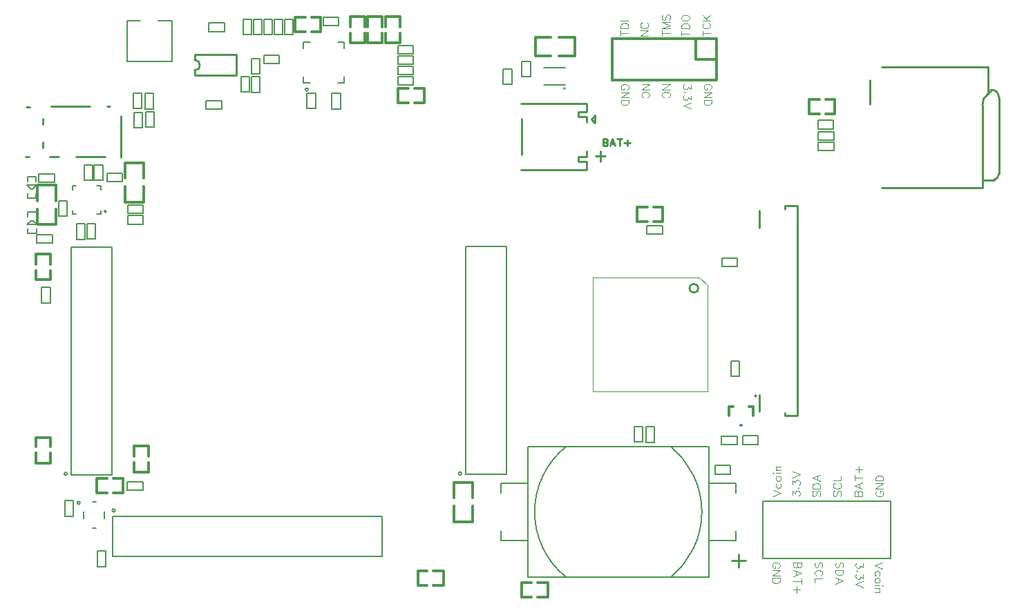
<source format=gto>
G04 Layer: TopSilkscreenLayer*
G04 EasyEDA v6.5.46, 2024-12-31 19:44:04*
G04 ebd9bc5b089479dc4edd2d51ed51331a,1acd7fc2553046b79c71bda98b4923fc,10*
G04 Gerber Generator version 0.2*
G04 Scale: 100 percent, Rotated: No, Reflected: No *
G04 Dimensions in millimeters *
G04 leading zeros omitted , absolute positions ,4 integer and 5 decimal *
%FSLAX45Y45*%
%MOMM*%

%ADD10C,0.1200*%
%ADD11C,0.2200*%
%ADD12C,0.2540*%
%ADD13C,0.3048*%
%ADD14C,0.2000*%
%ADD15C,0.0129*%
%ADD16C,0.1524*%
%ADD17C,0.3000*%
%ADD18C,0.1270*%
%ADD19C,0.1000*%

%LPD*%
D10*
X7027296Y6490492D02*
G01*
X7036440Y6495064D01*
X7045330Y6504208D01*
X7049902Y6513098D01*
X7049902Y6531386D01*
X7045330Y6540530D01*
X7036440Y6549674D01*
X7027296Y6553992D01*
X7013580Y6558564D01*
X6990974Y6558564D01*
X6977258Y6553992D01*
X6968114Y6549674D01*
X6958970Y6540530D01*
X6954398Y6531386D01*
X6954398Y6513098D01*
X6958970Y6504208D01*
X6968114Y6495064D01*
X6977258Y6490492D01*
X6990974Y6490492D01*
X6990974Y6513098D02*
G01*
X6990974Y6490492D01*
X7049902Y6460520D02*
G01*
X6954398Y6460520D01*
X7049902Y6460520D02*
G01*
X6954398Y6396766D01*
X7049902Y6396766D02*
G01*
X6954398Y6396766D01*
X7049902Y6366794D02*
G01*
X6954398Y6366794D01*
X7049902Y6366794D02*
G01*
X7049902Y6335044D01*
X7045330Y6321328D01*
X7036440Y6312184D01*
X7027296Y6307866D01*
X7013580Y6303294D01*
X6990974Y6303294D01*
X6977258Y6307866D01*
X6968114Y6312184D01*
X6958970Y6321328D01*
X6954398Y6335044D01*
X6954398Y6366794D01*
X7304900Y6558546D02*
G01*
X7209396Y6558546D01*
X7304900Y6558546D02*
G01*
X7209396Y6495046D01*
X7304900Y6495046D02*
G01*
X7209396Y6495046D01*
X7282294Y6396748D02*
G01*
X7291438Y6401320D01*
X7300328Y6410464D01*
X7304900Y6419608D01*
X7304900Y6437642D01*
X7300328Y6446786D01*
X7291438Y6455930D01*
X7282294Y6460502D01*
X7268578Y6465074D01*
X7245972Y6465074D01*
X7232256Y6460502D01*
X7223112Y6455930D01*
X7213968Y6446786D01*
X7209396Y6437642D01*
X7209396Y6419608D01*
X7213968Y6410464D01*
X7223112Y6401320D01*
X7232256Y6396748D01*
X7555900Y6558594D02*
G01*
X7460396Y6558594D01*
X7555900Y6558594D02*
G01*
X7460396Y6495094D01*
X7555900Y6495094D02*
G01*
X7460396Y6495094D01*
X7533294Y6396796D02*
G01*
X7542438Y6401368D01*
X7551328Y6410512D01*
X7555900Y6419656D01*
X7555900Y6437690D01*
X7551328Y6446834D01*
X7542438Y6455978D01*
X7533294Y6460550D01*
X7519578Y6465122D01*
X7496972Y6465122D01*
X7483256Y6460550D01*
X7474112Y6455978D01*
X7464968Y6446834D01*
X7460396Y6437690D01*
X7460396Y6419656D01*
X7464968Y6410512D01*
X7474112Y6401368D01*
X7483256Y6396796D01*
X7811950Y6552674D02*
G01*
X7811950Y6502636D01*
X7775628Y6529814D01*
X7775628Y6516098D01*
X7771056Y6507208D01*
X7766484Y6502636D01*
X7752768Y6498064D01*
X7743878Y6498064D01*
X7730162Y6502636D01*
X7721018Y6511780D01*
X7716446Y6525242D01*
X7716446Y6538958D01*
X7721018Y6552674D01*
X7725590Y6556992D01*
X7734734Y6561564D01*
X7739306Y6463520D02*
G01*
X7734734Y6468092D01*
X7730162Y6463520D01*
X7734734Y6458948D01*
X7739306Y6463520D01*
X7811950Y6419832D02*
G01*
X7811950Y6369794D01*
X7775628Y6397226D01*
X7775628Y6383510D01*
X7771056Y6374366D01*
X7766484Y6369794D01*
X7752768Y6365222D01*
X7743878Y6365222D01*
X7730162Y6369794D01*
X7721018Y6378938D01*
X7716446Y6392654D01*
X7716446Y6406116D01*
X7721018Y6419832D01*
X7725590Y6424404D01*
X7734734Y6428976D01*
X7811950Y6335250D02*
G01*
X7716446Y6298928D01*
X7811950Y6262606D02*
G01*
X7716446Y6298928D01*
X8043329Y6492491D02*
G01*
X8052219Y6497063D01*
X8061363Y6506207D01*
X8065935Y6515097D01*
X8065935Y6533385D01*
X8061363Y6542529D01*
X8052219Y6551673D01*
X8043329Y6555991D01*
X8029613Y6560563D01*
X8007007Y6560563D01*
X7993291Y6555991D01*
X7984147Y6551673D01*
X7975003Y6542529D01*
X7970431Y6533385D01*
X7970431Y6515097D01*
X7975003Y6506207D01*
X7984147Y6497063D01*
X7993291Y6492491D01*
X8007007Y6492491D01*
X8007007Y6515097D02*
G01*
X8007007Y6492491D01*
X8065935Y6462519D02*
G01*
X7970431Y6462519D01*
X8065935Y6462519D02*
G01*
X7970431Y6398765D01*
X8065935Y6398765D02*
G01*
X7970431Y6398765D01*
X8065935Y6368793D02*
G01*
X7970431Y6368793D01*
X8065935Y6368793D02*
G01*
X8065935Y6337043D01*
X8061363Y6323327D01*
X8052219Y6314183D01*
X8043329Y6309865D01*
X8029613Y6305293D01*
X8007007Y6305293D01*
X7993291Y6309865D01*
X7984147Y6314183D01*
X7975003Y6323327D01*
X7970431Y6337043D01*
X7970431Y6368793D01*
X6950397Y7184991D02*
G01*
X7045901Y7184991D01*
X6950397Y7153241D02*
G01*
X6950397Y7216741D01*
X6950397Y7246713D02*
G01*
X7045901Y7246713D01*
X6950397Y7246713D02*
G01*
X6950397Y7278463D01*
X6954969Y7292179D01*
X6964113Y7301323D01*
X6973257Y7305895D01*
X6986973Y7310467D01*
X7009579Y7310467D01*
X7023295Y7305895D01*
X7032185Y7301323D01*
X7041329Y7292179D01*
X7045901Y7278463D01*
X7045901Y7246713D01*
X6950397Y7340439D02*
G01*
X7045901Y7340439D01*
X7194397Y7153081D02*
G01*
X7289901Y7153081D01*
X7194397Y7153081D02*
G01*
X7289901Y7216835D01*
X7194397Y7216835D02*
G01*
X7289901Y7216835D01*
X7217257Y7314879D02*
G01*
X7208113Y7310307D01*
X7198969Y7301417D01*
X7194397Y7292273D01*
X7194397Y7273985D01*
X7198969Y7264841D01*
X7208113Y7255951D01*
X7217257Y7251379D01*
X7230973Y7246807D01*
X7253579Y7246807D01*
X7267295Y7251379D01*
X7276185Y7255951D01*
X7285329Y7264841D01*
X7289901Y7273985D01*
X7289901Y7292273D01*
X7285329Y7301417D01*
X7276185Y7310307D01*
X7267295Y7314879D01*
X7460396Y7185025D02*
G01*
X7555900Y7185025D01*
X7460396Y7153020D02*
G01*
X7460396Y7216775D01*
X7460396Y7246746D02*
G01*
X7555900Y7246746D01*
X7460396Y7246746D02*
G01*
X7555900Y7283069D01*
X7460396Y7319390D02*
G01*
X7555900Y7283069D01*
X7460396Y7319390D02*
G01*
X7555900Y7319390D01*
X7474112Y7413117D02*
G01*
X7464968Y7403972D01*
X7460396Y7390511D01*
X7460396Y7372222D01*
X7464968Y7358506D01*
X7474112Y7349362D01*
X7483256Y7349362D01*
X7492400Y7353935D01*
X7496972Y7358506D01*
X7501290Y7367651D01*
X7510434Y7394828D01*
X7515006Y7403972D01*
X7519578Y7408545D01*
X7528722Y7413117D01*
X7542184Y7413117D01*
X7551328Y7403972D01*
X7555900Y7390511D01*
X7555900Y7372222D01*
X7551328Y7358506D01*
X7542184Y7349362D01*
X7698460Y7181021D02*
G01*
X7793964Y7181021D01*
X7698460Y7149017D02*
G01*
X7698460Y7212771D01*
X7698460Y7242743D02*
G01*
X7793964Y7242743D01*
X7698460Y7242743D02*
G01*
X7698460Y7274493D01*
X7703032Y7288209D01*
X7712176Y7297353D01*
X7721320Y7301925D01*
X7734782Y7306497D01*
X7757642Y7306497D01*
X7771104Y7301925D01*
X7780248Y7297353D01*
X7789392Y7288209D01*
X7793964Y7274493D01*
X7793964Y7242743D01*
X7698460Y7363647D02*
G01*
X7703032Y7354503D01*
X7712176Y7345359D01*
X7721320Y7341041D01*
X7734782Y7336469D01*
X7757642Y7336469D01*
X7771104Y7341041D01*
X7780248Y7345359D01*
X7789392Y7354503D01*
X7793964Y7363647D01*
X7793964Y7381935D01*
X7789392Y7390825D01*
X7780248Y7399969D01*
X7771104Y7404541D01*
X7757642Y7409113D01*
X7734782Y7409113D01*
X7721320Y7404541D01*
X7712176Y7399969D01*
X7703032Y7390825D01*
X7698460Y7381935D01*
X7698460Y7363647D01*
X7953428Y7183036D02*
G01*
X8048932Y7183036D01*
X7953428Y7151032D02*
G01*
X7953428Y7214786D01*
X7976288Y7312830D02*
G01*
X7967144Y7308512D01*
X7958000Y7299368D01*
X7953428Y7290224D01*
X7953428Y7271936D01*
X7958000Y7263046D01*
X7967144Y7253902D01*
X7976288Y7249330D01*
X7989750Y7244758D01*
X8012610Y7244758D01*
X8026326Y7249330D01*
X8035216Y7253902D01*
X8044360Y7263046D01*
X8048932Y7271936D01*
X8048932Y7290224D01*
X8044360Y7299368D01*
X8035216Y7308512D01*
X8026326Y7312830D01*
X7953428Y7343056D02*
G01*
X8048932Y7343056D01*
X7953428Y7406556D02*
G01*
X8017182Y7343056D01*
X7994322Y7365662D02*
G01*
X8048932Y7406556D01*
X8820546Y1508191D02*
G01*
X8916050Y1544513D01*
X8820546Y1580835D02*
G01*
X8916050Y1544513D01*
X8866012Y1665417D02*
G01*
X8856868Y1656273D01*
X8852296Y1647129D01*
X8852296Y1633667D01*
X8856868Y1624523D01*
X8866012Y1615379D01*
X8879474Y1610807D01*
X8888618Y1610807D01*
X8902334Y1615379D01*
X8911478Y1624523D01*
X8916050Y1633667D01*
X8916050Y1647129D01*
X8911478Y1656273D01*
X8902334Y1665417D01*
X8852296Y1717995D02*
G01*
X8856868Y1709105D01*
X8866012Y1699961D01*
X8879474Y1695389D01*
X8888618Y1695389D01*
X8902334Y1699961D01*
X8911478Y1709105D01*
X8916050Y1717995D01*
X8916050Y1731711D01*
X8911478Y1740855D01*
X8902334Y1749999D01*
X8888618Y1754571D01*
X8879474Y1754571D01*
X8866012Y1749999D01*
X8856868Y1740855D01*
X8852296Y1731711D01*
X8852296Y1717995D01*
X8820546Y1784543D02*
G01*
X8825118Y1789115D01*
X8820546Y1793687D01*
X8815974Y1789115D01*
X8820546Y1784543D01*
X8852296Y1789115D02*
G01*
X8916050Y1789115D01*
X8852296Y1823659D02*
G01*
X8916050Y1823659D01*
X8870584Y1823659D02*
G01*
X8856868Y1837121D01*
X8852296Y1846265D01*
X8852296Y1859981D01*
X8856868Y1869125D01*
X8870584Y1873443D01*
X8916050Y1873443D01*
X9055514Y1519283D02*
G01*
X9055514Y1569321D01*
X9091836Y1541889D01*
X9091836Y1555605D01*
X9096408Y1564749D01*
X9100980Y1569321D01*
X9114696Y1573639D01*
X9123586Y1573639D01*
X9137302Y1569321D01*
X9146446Y1560177D01*
X9151018Y1546461D01*
X9151018Y1532745D01*
X9146446Y1519283D01*
X9141874Y1514711D01*
X9132730Y1510139D01*
X9128158Y1608183D02*
G01*
X9132730Y1603865D01*
X9137302Y1608183D01*
X9132730Y1612755D01*
X9128158Y1608183D01*
X9055514Y1651871D02*
G01*
X9055514Y1701909D01*
X9091836Y1674731D01*
X9091836Y1688193D01*
X9096408Y1697337D01*
X9100980Y1701909D01*
X9114696Y1706481D01*
X9123586Y1706481D01*
X9137302Y1701909D01*
X9146446Y1692765D01*
X9151018Y1679303D01*
X9151018Y1665587D01*
X9146446Y1651871D01*
X9141874Y1647299D01*
X9132730Y1642727D01*
X9055514Y1736453D02*
G01*
X9151018Y1772775D01*
X9055514Y1809097D02*
G01*
X9151018Y1772775D01*
X9316039Y1569780D02*
G01*
X9307149Y1560636D01*
X9302577Y1546920D01*
X9302577Y1528886D01*
X9307149Y1515170D01*
X9316039Y1506026D01*
X9325183Y1506026D01*
X9334327Y1510598D01*
X9338899Y1515170D01*
X9343471Y1524314D01*
X9352361Y1551492D01*
X9356933Y1560636D01*
X9361505Y1565208D01*
X9370649Y1569780D01*
X9384365Y1569780D01*
X9393509Y1560636D01*
X9397827Y1546920D01*
X9397827Y1528886D01*
X9393509Y1515170D01*
X9384365Y1506026D01*
X9302577Y1599752D02*
G01*
X9397827Y1599752D01*
X9302577Y1599752D02*
G01*
X9302577Y1631502D01*
X9307149Y1645218D01*
X9316039Y1654362D01*
X9325183Y1658934D01*
X9338899Y1663506D01*
X9361505Y1663506D01*
X9375221Y1658934D01*
X9384365Y1654362D01*
X9393509Y1645218D01*
X9397827Y1631502D01*
X9397827Y1599752D01*
X9302577Y1729800D02*
G01*
X9397827Y1693478D01*
X9302577Y1729800D02*
G01*
X9397827Y1766122D01*
X9366077Y1706940D02*
G01*
X9366077Y1752406D01*
X9570039Y1569780D02*
G01*
X9561149Y1560636D01*
X9556577Y1546920D01*
X9556577Y1528886D01*
X9561149Y1515170D01*
X9570039Y1506026D01*
X9579183Y1506026D01*
X9588327Y1510598D01*
X9592899Y1515170D01*
X9597471Y1524314D01*
X9606361Y1551492D01*
X9610933Y1560636D01*
X9615505Y1565208D01*
X9624649Y1569780D01*
X9638365Y1569780D01*
X9647509Y1560636D01*
X9651827Y1546920D01*
X9651827Y1528886D01*
X9647509Y1515170D01*
X9638365Y1506026D01*
X9579183Y1667824D02*
G01*
X9570039Y1663506D01*
X9561149Y1654362D01*
X9556577Y1645218D01*
X9556577Y1626930D01*
X9561149Y1618040D01*
X9570039Y1608896D01*
X9579183Y1604324D01*
X9592899Y1599752D01*
X9615505Y1599752D01*
X9629221Y1604324D01*
X9638365Y1608896D01*
X9647509Y1618040D01*
X9651827Y1626930D01*
X9651827Y1645218D01*
X9647509Y1654362D01*
X9638365Y1663506D01*
X9629221Y1667824D01*
X9556577Y1698050D02*
G01*
X9651827Y1698050D01*
X9651827Y1698050D02*
G01*
X9651827Y1752406D01*
X9815578Y1506105D02*
G01*
X9910828Y1506105D01*
X9815578Y1506105D02*
G01*
X9815578Y1546999D01*
X9820150Y1560715D01*
X9824468Y1565287D01*
X9833612Y1569859D01*
X9842756Y1569859D01*
X9851900Y1565287D01*
X9856472Y1560715D01*
X9861044Y1546999D01*
X9861044Y1506105D02*
G01*
X9861044Y1546999D01*
X9865362Y1560715D01*
X9869934Y1565287D01*
X9879078Y1569859D01*
X9892794Y1569859D01*
X9901938Y1565287D01*
X9906510Y1560715D01*
X9910828Y1546999D01*
X9910828Y1506105D01*
X9815578Y1636153D02*
G01*
X9910828Y1599831D01*
X9815578Y1636153D02*
G01*
X9910828Y1672475D01*
X9879078Y1613293D02*
G01*
X9879078Y1658759D01*
X9815578Y1734197D02*
G01*
X9910828Y1734197D01*
X9815578Y1702447D02*
G01*
X9815578Y1766201D01*
X9829040Y1837067D02*
G01*
X9910828Y1837067D01*
X9869934Y1796173D02*
G01*
X9869934Y1877961D01*
X10098217Y1572275D02*
G01*
X10089073Y1567703D01*
X10079929Y1558559D01*
X10075611Y1549669D01*
X10075611Y1531381D01*
X10079929Y1522237D01*
X10089073Y1513093D01*
X10098217Y1508775D01*
X10111933Y1504203D01*
X10134539Y1504203D01*
X10148255Y1508775D01*
X10157399Y1513093D01*
X10166289Y1522237D01*
X10170861Y1531381D01*
X10170861Y1549669D01*
X10166289Y1558559D01*
X10157399Y1567703D01*
X10148255Y1572275D01*
X10134539Y1572275D01*
X10134539Y1549669D02*
G01*
X10134539Y1572275D01*
X10075611Y1602247D02*
G01*
X10170861Y1602247D01*
X10075611Y1602247D02*
G01*
X10170861Y1666001D01*
X10075611Y1666001D02*
G01*
X10170861Y1666001D01*
X10075611Y1695973D02*
G01*
X10170861Y1695973D01*
X10075611Y1695973D02*
G01*
X10075611Y1727723D01*
X10079929Y1741439D01*
X10089073Y1750583D01*
X10098217Y1754901D01*
X10111933Y1759473D01*
X10134539Y1759473D01*
X10148255Y1754901D01*
X10157399Y1750583D01*
X10166289Y1741439D01*
X10170861Y1727723D01*
X10170861Y1695973D01*
X10159781Y691027D02*
G01*
X10064277Y654705D01*
X10159781Y618383D02*
G01*
X10064277Y654705D01*
X10114315Y533801D02*
G01*
X10123459Y542945D01*
X10127777Y552089D01*
X10127777Y565551D01*
X10123459Y574695D01*
X10114315Y583839D01*
X10100599Y588411D01*
X10091455Y588411D01*
X10077993Y583839D01*
X10068849Y574695D01*
X10064277Y565551D01*
X10064277Y552089D01*
X10068849Y542945D01*
X10077993Y533801D01*
X10127777Y481223D02*
G01*
X10123459Y490113D01*
X10114315Y499257D01*
X10100599Y503829D01*
X10091455Y503829D01*
X10077993Y499257D01*
X10068849Y490113D01*
X10064277Y481223D01*
X10064277Y467507D01*
X10068849Y458363D01*
X10077993Y449219D01*
X10091455Y444647D01*
X10100599Y444647D01*
X10114315Y449219D01*
X10123459Y458363D01*
X10127777Y467507D01*
X10127777Y481223D01*
X10159781Y414675D02*
G01*
X10155209Y410103D01*
X10159781Y405785D01*
X10164353Y410103D01*
X10159781Y414675D01*
X10127777Y410103D02*
G01*
X10064277Y410103D01*
X10127777Y375559D02*
G01*
X10064277Y375559D01*
X10109743Y375559D02*
G01*
X10123459Y362097D01*
X10127777Y352953D01*
X10127777Y339237D01*
X10123459Y330093D01*
X10109743Y325775D01*
X10064277Y325775D01*
X9924747Y680087D02*
G01*
X9924747Y630049D01*
X9888425Y657227D01*
X9888425Y643765D01*
X9883853Y634621D01*
X9879281Y630049D01*
X9865565Y625477D01*
X9856421Y625477D01*
X9842959Y630049D01*
X9833815Y639193D01*
X9829243Y652655D01*
X9829243Y666371D01*
X9833815Y680087D01*
X9838387Y684659D01*
X9847531Y689231D01*
X9852103Y590933D02*
G01*
X9847531Y595505D01*
X9842959Y590933D01*
X9847531Y586361D01*
X9852103Y590933D01*
X9924747Y547245D02*
G01*
X9924747Y497207D01*
X9888425Y524639D01*
X9888425Y510923D01*
X9883853Y501779D01*
X9879281Y497207D01*
X9865565Y492635D01*
X9856421Y492635D01*
X9842959Y497207D01*
X9833815Y506351D01*
X9829243Y520067D01*
X9829243Y533783D01*
X9833815Y547245D01*
X9838387Y551817D01*
X9847531Y556389D01*
X9924747Y462663D02*
G01*
X9829243Y426341D01*
X9924747Y390019D02*
G01*
X9829243Y426341D01*
X9664098Y629363D02*
G01*
X9673242Y638507D01*
X9677814Y652223D01*
X9677814Y670511D01*
X9673242Y683973D01*
X9664098Y693117D01*
X9654954Y693117D01*
X9645810Y688545D01*
X9641238Y683973D01*
X9636920Y674829D01*
X9627776Y647651D01*
X9623204Y638507D01*
X9618632Y633935D01*
X9609488Y629363D01*
X9595772Y629363D01*
X9586882Y638507D01*
X9582310Y652223D01*
X9582310Y670511D01*
X9586882Y683973D01*
X9595772Y693117D01*
X9677814Y599391D02*
G01*
X9582310Y599391D01*
X9677814Y599391D02*
G01*
X9677814Y567641D01*
X9673242Y553925D01*
X9664098Y545035D01*
X9654954Y540463D01*
X9641238Y535891D01*
X9618632Y535891D01*
X9604916Y540463D01*
X9595772Y545035D01*
X9586882Y553925D01*
X9582310Y567641D01*
X9582310Y599391D01*
X9677814Y469597D02*
G01*
X9582310Y505919D01*
X9677814Y469597D02*
G01*
X9582310Y433021D01*
X9614060Y492203D02*
G01*
X9614060Y446737D01*
X9410098Y629363D02*
G01*
X9419242Y638507D01*
X9423814Y652223D01*
X9423814Y670511D01*
X9419242Y683973D01*
X9410098Y693117D01*
X9400954Y693117D01*
X9391810Y688545D01*
X9387238Y683973D01*
X9382920Y674829D01*
X9373776Y647651D01*
X9369204Y638507D01*
X9364632Y633935D01*
X9355488Y629363D01*
X9341772Y629363D01*
X9332882Y638507D01*
X9328310Y652223D01*
X9328310Y670511D01*
X9332882Y683973D01*
X9341772Y693117D01*
X9400954Y531319D02*
G01*
X9410098Y535891D01*
X9419242Y545035D01*
X9423814Y553925D01*
X9423814Y572213D01*
X9419242Y581357D01*
X9410098Y590501D01*
X9400954Y594819D01*
X9387238Y599391D01*
X9364632Y599391D01*
X9350916Y594819D01*
X9341772Y590501D01*
X9332882Y581357D01*
X9328310Y572213D01*
X9328310Y553925D01*
X9332882Y545035D01*
X9341772Y535891D01*
X9350916Y531319D01*
X9423814Y501347D02*
G01*
X9328310Y501347D01*
X9328310Y501347D02*
G01*
X9328310Y446737D01*
X9164812Y693196D02*
G01*
X9069308Y693196D01*
X9164812Y693196D02*
G01*
X9164812Y652302D01*
X9160240Y638586D01*
X9155668Y634014D01*
X9146524Y629442D01*
X9137380Y629442D01*
X9128236Y634014D01*
X9123918Y638586D01*
X9119346Y652302D01*
X9119346Y693196D02*
G01*
X9119346Y652302D01*
X9114774Y638586D01*
X9110202Y634014D01*
X9101058Y629442D01*
X9087342Y629442D01*
X9078452Y634014D01*
X9073880Y638586D01*
X9069308Y652302D01*
X9069308Y693196D01*
X9164812Y563148D02*
G01*
X9069308Y599470D01*
X9164812Y563148D02*
G01*
X9069308Y526826D01*
X9101058Y585754D02*
G01*
X9101058Y540288D01*
X9164812Y464850D02*
G01*
X9069308Y464850D01*
X9164812Y496854D02*
G01*
X9164812Y433100D01*
X9151096Y362234D02*
G01*
X9069308Y362234D01*
X9110202Y403128D02*
G01*
X9110202Y321340D01*
X8881983Y626968D02*
G01*
X8891127Y631540D01*
X8900271Y640684D01*
X8904589Y649574D01*
X8904589Y667862D01*
X8900271Y677006D01*
X8891127Y685896D01*
X8881983Y690468D01*
X8868267Y695040D01*
X8845661Y695040D01*
X8831945Y690468D01*
X8822801Y685896D01*
X8813911Y677006D01*
X8809339Y667862D01*
X8809339Y649574D01*
X8813911Y640684D01*
X8822801Y631540D01*
X8831945Y626968D01*
X8845661Y626968D01*
X8845661Y649574D02*
G01*
X8845661Y626968D01*
X8904589Y596996D02*
G01*
X8809339Y596996D01*
X8904589Y596996D02*
G01*
X8809339Y533242D01*
X8904589Y533242D02*
G01*
X8809339Y533242D01*
X8904589Y503270D02*
G01*
X8809339Y503270D01*
X8904589Y503270D02*
G01*
X8904589Y471520D01*
X8900271Y457804D01*
X8891127Y448660D01*
X8881983Y444088D01*
X8868267Y439770D01*
X8845661Y439770D01*
X8831945Y444088D01*
X8822801Y448660D01*
X8813911Y457804D01*
X8809339Y471520D01*
X8809339Y503270D01*
X7027293Y6490492D02*
G01*
X7036437Y6495064D01*
X7045327Y6504208D01*
X7049899Y6513098D01*
X7049899Y6531386D01*
X7045327Y6540530D01*
X7036437Y6549674D01*
X7027293Y6553992D01*
X7013577Y6558564D01*
X6990971Y6558564D01*
X6977255Y6553992D01*
X6968111Y6549674D01*
X6958967Y6540530D01*
X6954395Y6531386D01*
X6954395Y6513098D01*
X6958967Y6504208D01*
X6968111Y6495064D01*
X6977255Y6490492D01*
X6990971Y6490492D01*
X6990971Y6513098D02*
G01*
X6990971Y6490492D01*
X7049899Y6460520D02*
G01*
X6954395Y6460520D01*
X7049899Y6460520D02*
G01*
X6954395Y6396766D01*
X7049899Y6396766D02*
G01*
X6954395Y6396766D01*
X7049899Y6366794D02*
G01*
X6954395Y6366794D01*
X7049899Y6366794D02*
G01*
X7049899Y6335044D01*
X7045327Y6321328D01*
X7036437Y6312184D01*
X7027293Y6307866D01*
X7013577Y6303294D01*
X6990971Y6303294D01*
X6977255Y6307866D01*
X6968111Y6312184D01*
X6958967Y6321328D01*
X6954395Y6335044D01*
X6954395Y6366794D01*
X7304897Y6558546D02*
G01*
X7209393Y6558546D01*
X7304897Y6558546D02*
G01*
X7209393Y6495046D01*
X7304897Y6495046D02*
G01*
X7209393Y6495046D01*
X7282291Y6396748D02*
G01*
X7291435Y6401320D01*
X7300325Y6410464D01*
X7304897Y6419608D01*
X7304897Y6437642D01*
X7300325Y6446786D01*
X7291435Y6455930D01*
X7282291Y6460502D01*
X7268575Y6465074D01*
X7245969Y6465074D01*
X7232253Y6460502D01*
X7223109Y6455930D01*
X7213965Y6446786D01*
X7209393Y6437642D01*
X7209393Y6419608D01*
X7213965Y6410464D01*
X7223109Y6401320D01*
X7232253Y6396748D01*
X7555898Y6558594D02*
G01*
X7460394Y6558594D01*
X7555898Y6558594D02*
G01*
X7460394Y6495094D01*
X7555898Y6495094D02*
G01*
X7460394Y6495094D01*
X7533292Y6396796D02*
G01*
X7542436Y6401368D01*
X7551326Y6410512D01*
X7555898Y6419656D01*
X7555898Y6437690D01*
X7551326Y6446834D01*
X7542436Y6455978D01*
X7533292Y6460550D01*
X7519576Y6465122D01*
X7496970Y6465122D01*
X7483254Y6460550D01*
X7474110Y6455978D01*
X7464966Y6446834D01*
X7460394Y6437690D01*
X7460394Y6419656D01*
X7464966Y6410512D01*
X7474110Y6401368D01*
X7483254Y6396796D01*
X7811947Y6552674D02*
G01*
X7811947Y6502636D01*
X7775625Y6529814D01*
X7775625Y6516098D01*
X7771053Y6507208D01*
X7766481Y6502636D01*
X7752765Y6498064D01*
X7743875Y6498064D01*
X7730159Y6502636D01*
X7721015Y6511780D01*
X7716443Y6525242D01*
X7716443Y6538958D01*
X7721015Y6552674D01*
X7725587Y6556992D01*
X7734731Y6561564D01*
X7739303Y6463520D02*
G01*
X7734731Y6468092D01*
X7730159Y6463520D01*
X7734731Y6458948D01*
X7739303Y6463520D01*
X7811947Y6419832D02*
G01*
X7811947Y6369794D01*
X7775625Y6397226D01*
X7775625Y6383510D01*
X7771053Y6374366D01*
X7766481Y6369794D01*
X7752765Y6365222D01*
X7743875Y6365222D01*
X7730159Y6369794D01*
X7721015Y6378938D01*
X7716443Y6392654D01*
X7716443Y6406116D01*
X7721015Y6419832D01*
X7725587Y6424404D01*
X7734731Y6428976D01*
X7811947Y6335250D02*
G01*
X7716443Y6298928D01*
X7811947Y6262606D02*
G01*
X7716443Y6298928D01*
X8043326Y6492491D02*
G01*
X8052216Y6497063D01*
X8061360Y6506207D01*
X8065932Y6515097D01*
X8065932Y6533385D01*
X8061360Y6542529D01*
X8052216Y6551673D01*
X8043326Y6555991D01*
X8029610Y6560563D01*
X8007004Y6560563D01*
X7993288Y6555991D01*
X7984144Y6551673D01*
X7975000Y6542529D01*
X7970428Y6533385D01*
X7970428Y6515097D01*
X7975000Y6506207D01*
X7984144Y6497063D01*
X7993288Y6492491D01*
X8007004Y6492491D01*
X8007004Y6515097D02*
G01*
X8007004Y6492491D01*
X8065932Y6462519D02*
G01*
X7970428Y6462519D01*
X8065932Y6462519D02*
G01*
X7970428Y6398765D01*
X8065932Y6398765D02*
G01*
X7970428Y6398765D01*
X8065932Y6368793D02*
G01*
X7970428Y6368793D01*
X8065932Y6368793D02*
G01*
X8065932Y6337043D01*
X8061360Y6323327D01*
X8052216Y6314183D01*
X8043326Y6309865D01*
X8029610Y6305293D01*
X8007004Y6305293D01*
X7993288Y6309865D01*
X7984144Y6314183D01*
X7975000Y6323327D01*
X7970428Y6337043D01*
X7970428Y6368793D01*
X6950395Y7184991D02*
G01*
X7045899Y7184991D01*
X6950395Y7153241D02*
G01*
X6950395Y7216741D01*
X6950395Y7246713D02*
G01*
X7045899Y7246713D01*
X6950395Y7246713D02*
G01*
X6950395Y7278463D01*
X6954967Y7292179D01*
X6964111Y7301323D01*
X6973255Y7305895D01*
X6986971Y7310467D01*
X7009577Y7310467D01*
X7023293Y7305895D01*
X7032183Y7301323D01*
X7041327Y7292179D01*
X7045899Y7278463D01*
X7045899Y7246713D01*
X6950395Y7340439D02*
G01*
X7045899Y7340439D01*
X7194395Y7153081D02*
G01*
X7289899Y7153081D01*
X7194395Y7153081D02*
G01*
X7289899Y7216835D01*
X7194395Y7216835D02*
G01*
X7289899Y7216835D01*
X7217255Y7314879D02*
G01*
X7208111Y7310307D01*
X7198967Y7301417D01*
X7194395Y7292273D01*
X7194395Y7273985D01*
X7198967Y7264841D01*
X7208111Y7255951D01*
X7217255Y7251379D01*
X7230971Y7246807D01*
X7253577Y7246807D01*
X7267293Y7251379D01*
X7276183Y7255951D01*
X7285327Y7264841D01*
X7289899Y7273985D01*
X7289899Y7292273D01*
X7285327Y7301417D01*
X7276183Y7310307D01*
X7267293Y7314879D01*
X7460394Y7185025D02*
G01*
X7555898Y7185025D01*
X7460394Y7153020D02*
G01*
X7460394Y7216775D01*
X7460394Y7246746D02*
G01*
X7555898Y7246746D01*
X7460394Y7246746D02*
G01*
X7555898Y7283069D01*
X7460394Y7319390D02*
G01*
X7555898Y7283069D01*
X7460394Y7319390D02*
G01*
X7555898Y7319390D01*
X7474110Y7413117D02*
G01*
X7464966Y7403972D01*
X7460394Y7390511D01*
X7460394Y7372222D01*
X7464966Y7358506D01*
X7474110Y7349362D01*
X7483254Y7349362D01*
X7492398Y7353935D01*
X7496970Y7358506D01*
X7501288Y7367651D01*
X7510432Y7394828D01*
X7515004Y7403972D01*
X7519576Y7408545D01*
X7528720Y7413117D01*
X7542182Y7413117D01*
X7551326Y7403972D01*
X7555898Y7390511D01*
X7555898Y7372222D01*
X7551326Y7358506D01*
X7542182Y7349362D01*
X7698458Y7181021D02*
G01*
X7793962Y7181021D01*
X7698458Y7149017D02*
G01*
X7698458Y7212771D01*
X7698458Y7242743D02*
G01*
X7793962Y7242743D01*
X7698458Y7242743D02*
G01*
X7698458Y7274493D01*
X7703030Y7288209D01*
X7712174Y7297353D01*
X7721318Y7301925D01*
X7734780Y7306497D01*
X7757640Y7306497D01*
X7771102Y7301925D01*
X7780246Y7297353D01*
X7789390Y7288209D01*
X7793962Y7274493D01*
X7793962Y7242743D01*
X7698458Y7363647D02*
G01*
X7703030Y7354503D01*
X7712174Y7345359D01*
X7721318Y7341041D01*
X7734780Y7336469D01*
X7757640Y7336469D01*
X7771102Y7341041D01*
X7780246Y7345359D01*
X7789390Y7354503D01*
X7793962Y7363647D01*
X7793962Y7381935D01*
X7789390Y7390825D01*
X7780246Y7399969D01*
X7771102Y7404541D01*
X7757640Y7409113D01*
X7734780Y7409113D01*
X7721318Y7404541D01*
X7712174Y7399969D01*
X7703030Y7390825D01*
X7698458Y7381935D01*
X7698458Y7363647D01*
X7953425Y7183036D02*
G01*
X8048929Y7183036D01*
X7953425Y7151032D02*
G01*
X7953425Y7214786D01*
X7976285Y7312830D02*
G01*
X7967141Y7308512D01*
X7957997Y7299368D01*
X7953425Y7290224D01*
X7953425Y7271936D01*
X7957997Y7263046D01*
X7967141Y7253902D01*
X7976285Y7249330D01*
X7989747Y7244758D01*
X8012607Y7244758D01*
X8026323Y7249330D01*
X8035213Y7253902D01*
X8044357Y7263046D01*
X8048929Y7271936D01*
X8048929Y7290224D01*
X8044357Y7299368D01*
X8035213Y7308512D01*
X8026323Y7312830D01*
X7953425Y7343056D02*
G01*
X8048929Y7343056D01*
X7953425Y7406556D02*
G01*
X8017179Y7343056D01*
X7994319Y7365662D02*
G01*
X8048929Y7406556D01*
D11*
X6705081Y5738385D02*
G01*
X6705081Y5615703D01*
X6643613Y5677171D02*
G01*
X6766549Y5677171D01*
D10*
X8820543Y1508191D02*
G01*
X8916047Y1544513D01*
X8820543Y1580835D02*
G01*
X8916047Y1544513D01*
X8866009Y1665417D02*
G01*
X8856865Y1656273D01*
X8852293Y1647129D01*
X8852293Y1633667D01*
X8856865Y1624523D01*
X8866009Y1615379D01*
X8879471Y1610807D01*
X8888615Y1610807D01*
X8902331Y1615379D01*
X8911475Y1624523D01*
X8916047Y1633667D01*
X8916047Y1647129D01*
X8911475Y1656273D01*
X8902331Y1665417D01*
X8852293Y1717995D02*
G01*
X8856865Y1709105D01*
X8866009Y1699961D01*
X8879471Y1695389D01*
X8888615Y1695389D01*
X8902331Y1699961D01*
X8911475Y1709105D01*
X8916047Y1717995D01*
X8916047Y1731711D01*
X8911475Y1740855D01*
X8902331Y1749999D01*
X8888615Y1754571D01*
X8879471Y1754571D01*
X8866009Y1749999D01*
X8856865Y1740855D01*
X8852293Y1731711D01*
X8852293Y1717995D01*
X8820543Y1784543D02*
G01*
X8825115Y1789115D01*
X8820543Y1793687D01*
X8815971Y1789115D01*
X8820543Y1784543D01*
X8852293Y1789115D02*
G01*
X8916047Y1789115D01*
X8852293Y1823659D02*
G01*
X8916047Y1823659D01*
X8870581Y1823659D02*
G01*
X8856865Y1837121D01*
X8852293Y1846265D01*
X8852293Y1859981D01*
X8856865Y1869125D01*
X8870581Y1873443D01*
X8916047Y1873443D01*
X9055511Y1519283D02*
G01*
X9055511Y1569321D01*
X9091833Y1541889D01*
X9091833Y1555605D01*
X9096405Y1564749D01*
X9100977Y1569321D01*
X9114693Y1573639D01*
X9123583Y1573639D01*
X9137299Y1569321D01*
X9146443Y1560177D01*
X9151015Y1546461D01*
X9151015Y1532745D01*
X9146443Y1519283D01*
X9141871Y1514711D01*
X9132727Y1510139D01*
X9128155Y1608183D02*
G01*
X9132727Y1603865D01*
X9137299Y1608183D01*
X9132727Y1612755D01*
X9128155Y1608183D01*
X9055511Y1651871D02*
G01*
X9055511Y1701909D01*
X9091833Y1674731D01*
X9091833Y1688193D01*
X9096405Y1697337D01*
X9100977Y1701909D01*
X9114693Y1706481D01*
X9123583Y1706481D01*
X9137299Y1701909D01*
X9146443Y1692765D01*
X9151015Y1679303D01*
X9151015Y1665587D01*
X9146443Y1651871D01*
X9141871Y1647299D01*
X9132727Y1642727D01*
X9055511Y1736453D02*
G01*
X9151015Y1772775D01*
X9055511Y1809097D02*
G01*
X9151015Y1772775D01*
X9316036Y1569780D02*
G01*
X9307146Y1560636D01*
X9302574Y1546920D01*
X9302574Y1528886D01*
X9307146Y1515170D01*
X9316036Y1506026D01*
X9325180Y1506026D01*
X9334324Y1510598D01*
X9338896Y1515170D01*
X9343468Y1524314D01*
X9352358Y1551492D01*
X9356930Y1560636D01*
X9361502Y1565208D01*
X9370646Y1569780D01*
X9384362Y1569780D01*
X9393506Y1560636D01*
X9397824Y1546920D01*
X9397824Y1528886D01*
X9393506Y1515170D01*
X9384362Y1506026D01*
X9302574Y1599752D02*
G01*
X9397824Y1599752D01*
X9302574Y1599752D02*
G01*
X9302574Y1631502D01*
X9307146Y1645218D01*
X9316036Y1654362D01*
X9325180Y1658934D01*
X9338896Y1663506D01*
X9361502Y1663506D01*
X9375218Y1658934D01*
X9384362Y1654362D01*
X9393506Y1645218D01*
X9397824Y1631502D01*
X9397824Y1599752D01*
X9302574Y1729800D02*
G01*
X9397824Y1693478D01*
X9302574Y1729800D02*
G01*
X9397824Y1766122D01*
X9366074Y1706940D02*
G01*
X9366074Y1752406D01*
X9570036Y1569780D02*
G01*
X9561146Y1560636D01*
X9556574Y1546920D01*
X9556574Y1528886D01*
X9561146Y1515170D01*
X9570036Y1506026D01*
X9579180Y1506026D01*
X9588324Y1510598D01*
X9592896Y1515170D01*
X9597468Y1524314D01*
X9606358Y1551492D01*
X9610930Y1560636D01*
X9615502Y1565208D01*
X9624646Y1569780D01*
X9638362Y1569780D01*
X9647506Y1560636D01*
X9651824Y1546920D01*
X9651824Y1528886D01*
X9647506Y1515170D01*
X9638362Y1506026D01*
X9579180Y1667824D02*
G01*
X9570036Y1663506D01*
X9561146Y1654362D01*
X9556574Y1645218D01*
X9556574Y1626930D01*
X9561146Y1618040D01*
X9570036Y1608896D01*
X9579180Y1604324D01*
X9592896Y1599752D01*
X9615502Y1599752D01*
X9629218Y1604324D01*
X9638362Y1608896D01*
X9647506Y1618040D01*
X9651824Y1626930D01*
X9651824Y1645218D01*
X9647506Y1654362D01*
X9638362Y1663506D01*
X9629218Y1667824D01*
X9556574Y1698050D02*
G01*
X9651824Y1698050D01*
X9651824Y1698050D02*
G01*
X9651824Y1752406D01*
X9815575Y1506105D02*
G01*
X9910825Y1506105D01*
X9815575Y1506105D02*
G01*
X9815575Y1546999D01*
X9820147Y1560715D01*
X9824465Y1565287D01*
X9833609Y1569859D01*
X9842753Y1569859D01*
X9851897Y1565287D01*
X9856469Y1560715D01*
X9861041Y1546999D01*
X9861041Y1506105D02*
G01*
X9861041Y1546999D01*
X9865359Y1560715D01*
X9869931Y1565287D01*
X9879075Y1569859D01*
X9892791Y1569859D01*
X9901936Y1565287D01*
X9906507Y1560715D01*
X9910825Y1546999D01*
X9910825Y1506105D01*
X9815575Y1636153D02*
G01*
X9910825Y1599831D01*
X9815575Y1636153D02*
G01*
X9910825Y1672475D01*
X9879075Y1613293D02*
G01*
X9879075Y1658759D01*
X9815575Y1734197D02*
G01*
X9910825Y1734197D01*
X9815575Y1702447D02*
G01*
X9815575Y1766201D01*
X9829037Y1837067D02*
G01*
X9910825Y1837067D01*
X9869931Y1796173D02*
G01*
X9869931Y1877961D01*
X10098214Y1572275D02*
G01*
X10089070Y1567703D01*
X10079926Y1558559D01*
X10075608Y1549669D01*
X10075608Y1531381D01*
X10079926Y1522237D01*
X10089070Y1513093D01*
X10098214Y1508775D01*
X10111930Y1504203D01*
X10134536Y1504203D01*
X10148252Y1508775D01*
X10157396Y1513093D01*
X10166286Y1522237D01*
X10170858Y1531381D01*
X10170858Y1549669D01*
X10166286Y1558559D01*
X10157396Y1567703D01*
X10148252Y1572275D01*
X10134536Y1572275D01*
X10134536Y1549669D02*
G01*
X10134536Y1572275D01*
X10075608Y1602247D02*
G01*
X10170858Y1602247D01*
X10075608Y1602247D02*
G01*
X10170858Y1666001D01*
X10075608Y1666001D02*
G01*
X10170858Y1666001D01*
X10075608Y1695973D02*
G01*
X10170858Y1695973D01*
X10075608Y1695973D02*
G01*
X10075608Y1727723D01*
X10079926Y1741439D01*
X10089070Y1750583D01*
X10098214Y1754901D01*
X10111930Y1759473D01*
X10134536Y1759473D01*
X10148252Y1754901D01*
X10157396Y1750583D01*
X10166286Y1741439D01*
X10170858Y1727723D01*
X10170858Y1695973D01*
X10159779Y691027D02*
G01*
X10064275Y654705D01*
X10159779Y618383D02*
G01*
X10064275Y654705D01*
X10114313Y533801D02*
G01*
X10123457Y542945D01*
X10127775Y552089D01*
X10127775Y565551D01*
X10123457Y574695D01*
X10114313Y583839D01*
X10100597Y588411D01*
X10091453Y588411D01*
X10077991Y583839D01*
X10068847Y574695D01*
X10064275Y565551D01*
X10064275Y552089D01*
X10068847Y542945D01*
X10077991Y533801D01*
X10127775Y481223D02*
G01*
X10123457Y490113D01*
X10114313Y499257D01*
X10100597Y503829D01*
X10091453Y503829D01*
X10077991Y499257D01*
X10068847Y490113D01*
X10064275Y481223D01*
X10064275Y467507D01*
X10068847Y458363D01*
X10077991Y449219D01*
X10091453Y444647D01*
X10100597Y444647D01*
X10114313Y449219D01*
X10123457Y458363D01*
X10127775Y467507D01*
X10127775Y481223D01*
X10159779Y414675D02*
G01*
X10155207Y410103D01*
X10159779Y405785D01*
X10164351Y410103D01*
X10159779Y414675D01*
X10127775Y410103D02*
G01*
X10064275Y410103D01*
X10127775Y375559D02*
G01*
X10064275Y375559D01*
X10109741Y375559D02*
G01*
X10123457Y362097D01*
X10127775Y352953D01*
X10127775Y339237D01*
X10123457Y330093D01*
X10109741Y325775D01*
X10064275Y325775D01*
X9924745Y680087D02*
G01*
X9924745Y630049D01*
X9888423Y657227D01*
X9888423Y643765D01*
X9883851Y634621D01*
X9879279Y630049D01*
X9865563Y625477D01*
X9856419Y625477D01*
X9842957Y630049D01*
X9833813Y639193D01*
X9829241Y652655D01*
X9829241Y666371D01*
X9833813Y680087D01*
X9838385Y684659D01*
X9847529Y689231D01*
X9852101Y590933D02*
G01*
X9847529Y595505D01*
X9842957Y590933D01*
X9847529Y586361D01*
X9852101Y590933D01*
X9924745Y547245D02*
G01*
X9924745Y497207D01*
X9888423Y524639D01*
X9888423Y510923D01*
X9883851Y501779D01*
X9879279Y497207D01*
X9865563Y492635D01*
X9856419Y492635D01*
X9842957Y497207D01*
X9833813Y506351D01*
X9829241Y520067D01*
X9829241Y533783D01*
X9833813Y547245D01*
X9838385Y551817D01*
X9847529Y556389D01*
X9924745Y462663D02*
G01*
X9829241Y426341D01*
X9924745Y390019D02*
G01*
X9829241Y426341D01*
X9664095Y629363D02*
G01*
X9673239Y638507D01*
X9677811Y652223D01*
X9677811Y670511D01*
X9673239Y683973D01*
X9664095Y693117D01*
X9654951Y693117D01*
X9645807Y688545D01*
X9641235Y683973D01*
X9636917Y674829D01*
X9627773Y647651D01*
X9623201Y638507D01*
X9618629Y633935D01*
X9609485Y629363D01*
X9595769Y629363D01*
X9586879Y638507D01*
X9582307Y652223D01*
X9582307Y670511D01*
X9586879Y683973D01*
X9595769Y693117D01*
X9677811Y599391D02*
G01*
X9582307Y599391D01*
X9677811Y599391D02*
G01*
X9677811Y567641D01*
X9673239Y553925D01*
X9664095Y545035D01*
X9654951Y540463D01*
X9641235Y535891D01*
X9618629Y535891D01*
X9604913Y540463D01*
X9595769Y545035D01*
X9586879Y553925D01*
X9582307Y567641D01*
X9582307Y599391D01*
X9677811Y469597D02*
G01*
X9582307Y505919D01*
X9677811Y469597D02*
G01*
X9582307Y433021D01*
X9614057Y492203D02*
G01*
X9614057Y446737D01*
X9410095Y629363D02*
G01*
X9419239Y638507D01*
X9423811Y652223D01*
X9423811Y670511D01*
X9419239Y683973D01*
X9410095Y693117D01*
X9400951Y693117D01*
X9391807Y688545D01*
X9387235Y683973D01*
X9382917Y674829D01*
X9373773Y647651D01*
X9369201Y638507D01*
X9364629Y633935D01*
X9355485Y629363D01*
X9341769Y629363D01*
X9332879Y638507D01*
X9328307Y652223D01*
X9328307Y670511D01*
X9332879Y683973D01*
X9341769Y693117D01*
X9400951Y531319D02*
G01*
X9410095Y535891D01*
X9419239Y545035D01*
X9423811Y553925D01*
X9423811Y572213D01*
X9419239Y581357D01*
X9410095Y590501D01*
X9400951Y594819D01*
X9387235Y599391D01*
X9364629Y599391D01*
X9350913Y594819D01*
X9341769Y590501D01*
X9332879Y581357D01*
X9328307Y572213D01*
X9328307Y553925D01*
X9332879Y545035D01*
X9341769Y535891D01*
X9350913Y531319D01*
X9423811Y501347D02*
G01*
X9328307Y501347D01*
X9328307Y501347D02*
G01*
X9328307Y446737D01*
X9164810Y693196D02*
G01*
X9069306Y693196D01*
X9164810Y693196D02*
G01*
X9164810Y652302D01*
X9160238Y638586D01*
X9155666Y634014D01*
X9146522Y629442D01*
X9137378Y629442D01*
X9128234Y634014D01*
X9123916Y638586D01*
X9119344Y652302D01*
X9119344Y693196D02*
G01*
X9119344Y652302D01*
X9114772Y638586D01*
X9110200Y634014D01*
X9101056Y629442D01*
X9087340Y629442D01*
X9078450Y634014D01*
X9073878Y638586D01*
X9069306Y652302D01*
X9069306Y693196D01*
X9164810Y563148D02*
G01*
X9069306Y599470D01*
X9164810Y563148D02*
G01*
X9069306Y526826D01*
X9101056Y585754D02*
G01*
X9101056Y540288D01*
X9164810Y464850D02*
G01*
X9069306Y464850D01*
X9164810Y496854D02*
G01*
X9164810Y433100D01*
X9151094Y362234D02*
G01*
X9069306Y362234D01*
X9110200Y403128D02*
G01*
X9110200Y321340D01*
X8881981Y626968D02*
G01*
X8891125Y631540D01*
X8900269Y640684D01*
X8904587Y649574D01*
X8904587Y667862D01*
X8900269Y677006D01*
X8891125Y685896D01*
X8881981Y690468D01*
X8868265Y695040D01*
X8845659Y695040D01*
X8831943Y690468D01*
X8822799Y685896D01*
X8813909Y677006D01*
X8809337Y667862D01*
X8809337Y649574D01*
X8813909Y640684D01*
X8822799Y631540D01*
X8831943Y626968D01*
X8845659Y626968D01*
X8845659Y649574D02*
G01*
X8845659Y626968D01*
X8904587Y596996D02*
G01*
X8809337Y596996D01*
X8904587Y596996D02*
G01*
X8809337Y533242D01*
X8904587Y533242D02*
G01*
X8809337Y533242D01*
X8904587Y503270D02*
G01*
X8809337Y503270D01*
X8904587Y503270D02*
G01*
X8904587Y471520D01*
X8900269Y457804D01*
X8891125Y448660D01*
X8881981Y444088D01*
X8868265Y439770D01*
X8845659Y439770D01*
X8831943Y444088D01*
X8822799Y448660D01*
X8813909Y457804D01*
X8809337Y471520D01*
X8809337Y503270D01*
D12*
X6734020Y5889472D02*
G01*
X6734020Y5803366D01*
X6734020Y5889472D02*
G01*
X6770850Y5889472D01*
X6783042Y5885154D01*
X6787360Y5881090D01*
X6791424Y5872962D01*
X6791424Y5864834D01*
X6787360Y5856706D01*
X6783042Y5852642D01*
X6770850Y5848578D01*
X6734020Y5848578D02*
G01*
X6770850Y5848578D01*
X6783042Y5844260D01*
X6787360Y5840196D01*
X6791424Y5832068D01*
X6791424Y5819876D01*
X6787360Y5811748D01*
X6783042Y5807430D01*
X6770850Y5803366D01*
X6734020Y5803366D01*
X6851114Y5889472D02*
G01*
X6818348Y5803366D01*
X6851114Y5889472D02*
G01*
X6883880Y5803366D01*
X6830540Y5832068D02*
G01*
X6871434Y5832068D01*
X6939506Y5889472D02*
G01*
X6939506Y5803366D01*
X6910804Y5889472D02*
G01*
X6967954Y5889472D01*
X7031962Y5877026D02*
G01*
X7031962Y5803366D01*
X6995132Y5840196D02*
G01*
X7068792Y5840196D01*
X8397222Y632150D02*
G01*
X8397222Y795980D01*
X8479010Y713938D02*
G01*
X8315434Y713938D01*
X11389570Y5386704D02*
G01*
X11527782Y5386704D01*
X11389573Y5386702D02*
G01*
X11527779Y5386702D01*
D13*
X3635161Y7262561D02*
G01*
X3635161Y7389561D01*
X3812961Y7389561D01*
X3812961Y7262561D01*
X3635161Y7186361D02*
G01*
X3635161Y7072061D01*
X3812961Y7072061D01*
X3812961Y7186361D01*
D14*
X10259161Y745962D02*
G01*
X8695161Y745962D01*
X8695161Y1449961D01*
X10259161Y1449961D01*
X10259161Y745962D01*
D16*
X6006802Y6547294D02*
G01*
X6206680Y6547294D01*
X6006802Y6762534D02*
G01*
X6206680Y6762534D01*
X6072162Y6547294D02*
G01*
X6272042Y6547294D01*
X6072162Y6762534D02*
G01*
X6272042Y6762534D01*
D17*
X6849163Y6613961D02*
G01*
X6849163Y7119960D01*
X7100663Y7119960D01*
X8125162Y7119960D01*
X6851162Y6611960D02*
G01*
X7100663Y6611960D01*
X8125162Y6611960D01*
D13*
X8125162Y6865960D02*
G01*
X7871162Y6865960D01*
X7871162Y7119960D01*
X8125162Y6611960D02*
G01*
X8125162Y7119960D01*
D18*
X3145632Y6575960D02*
G01*
X3065632Y6575960D01*
X3065632Y6655960D01*
X3065632Y6995960D02*
G01*
X3065632Y7075962D01*
X3145632Y7075962D01*
X3485631Y7075962D02*
G01*
X3565631Y7075962D01*
X3565631Y6995960D01*
X3485631Y6575960D02*
G01*
X3565631Y6575960D01*
X3565631Y6655960D01*
D14*
X171175Y5131668D02*
G01*
X171175Y4942438D01*
X67035Y4942438D01*
X67035Y5131668D01*
X171175Y5131668D01*
D12*
X10005052Y6311262D02*
G01*
X10005052Y6614792D01*
X10153642Y6768462D02*
G01*
X11454122Y6768462D01*
X11454122Y6443342D01*
X11484602Y6487792D01*
X11487142Y6490332D01*
X10146022Y5287642D02*
G01*
X11384272Y5287642D01*
X11384272Y6308722D01*
X11584932Y5456552D02*
G01*
X11584932Y6397622D01*
D19*
X8014792Y4092826D02*
G01*
X8014792Y2792826D01*
X6614792Y2792826D01*
X6614792Y4192826D01*
X7914792Y4192826D01*
X8014792Y4092826D01*
D14*
X5846066Y6842353D02*
G01*
X5846066Y6653123D01*
X5741926Y6653123D01*
X5741926Y6842353D01*
X5846066Y6842353D01*
X484797Y1437906D02*
G01*
X521627Y1437906D01*
X628307Y1238516D02*
G01*
X628307Y1315986D01*
X479717Y1114056D02*
G01*
X520357Y1114056D01*
X374307Y1235976D02*
G01*
X374307Y1318526D01*
D12*
X1732163Y6730461D02*
G01*
X1732163Y6666961D01*
X2240163Y6666961D01*
X2240163Y6920961D01*
X1732163Y6920961D01*
X1732163Y6857461D01*
D13*
X6199520Y6910613D02*
G01*
X6390020Y6910613D01*
X6390020Y7139213D01*
X6199520Y7139213D01*
X6097920Y6910613D02*
G01*
X5907420Y6910613D01*
X5907420Y7139213D01*
X6097920Y7139213D01*
D14*
X605950Y5569704D02*
G01*
X501810Y5569704D01*
X501810Y5380474D01*
X605950Y5380474D01*
X605950Y5569704D01*
X379892Y5569353D02*
G01*
X484032Y5569353D01*
X484032Y5380123D01*
X379892Y5380123D01*
X379892Y5569353D01*
X2708633Y7355400D02*
G01*
X2812773Y7355400D01*
X2812773Y7166170D01*
X2708633Y7166170D01*
X2708633Y7355400D01*
X9563303Y5746432D02*
G01*
X9374073Y5746432D01*
X9374073Y5850572D01*
X9563303Y5850572D01*
X9563303Y5746432D01*
X9562302Y5874433D02*
G01*
X9373072Y5874433D01*
X9373072Y5978573D01*
X9562302Y5978573D01*
X9562302Y5874433D01*
X2768953Y6815432D02*
G01*
X2579723Y6815432D01*
X2579723Y6919572D01*
X2768953Y6919572D01*
X2768953Y6815432D01*
X3213691Y6448752D02*
G01*
X3109551Y6448752D01*
X3109551Y6259522D01*
X3213691Y6259522D01*
X3213691Y6448752D01*
X4412602Y7034491D02*
G01*
X4223372Y7034491D01*
X4223372Y6930351D01*
X4412602Y6930351D01*
X4412602Y7034491D01*
X4412602Y6780491D02*
G01*
X4412602Y6676351D01*
X4223372Y6676351D01*
X4223372Y6780491D01*
X4412602Y6780491D01*
X4413603Y6652491D02*
G01*
X4413603Y6548351D01*
X4224373Y6548351D01*
X4224373Y6652491D01*
X4413603Y6652491D01*
X1085951Y6451704D02*
G01*
X981811Y6451704D01*
X981811Y6262474D01*
X1085951Y6262474D01*
X1085951Y6451704D01*
X986891Y6216352D02*
G01*
X1091031Y6216352D01*
X1091031Y6027122D01*
X986891Y6027122D01*
X986891Y6216352D01*
X2683692Y7357752D02*
G01*
X2579552Y7357752D01*
X2579552Y7168522D01*
X2683692Y7168522D01*
X2683692Y7357752D01*
X2427691Y7356751D02*
G01*
X2323551Y7356751D01*
X2323551Y7167521D01*
X2427691Y7167521D01*
X2427691Y7356751D01*
X2532773Y6651401D02*
G01*
X2532773Y6462171D01*
X2428633Y6462171D01*
X2428633Y6651401D01*
X2532773Y6651401D01*
X2402692Y6655752D02*
G01*
X2298552Y6655752D01*
X2298552Y6466522D01*
X2402692Y6466522D01*
X2402692Y6655752D01*
X4412602Y6906491D02*
G01*
X4223372Y6906491D01*
X4223372Y6802351D01*
X4412602Y6802351D01*
X4412602Y6906491D01*
X8383323Y4321317D02*
G01*
X8194093Y4321317D01*
X8194093Y4425457D01*
X8383323Y4425457D01*
X8383323Y4321317D01*
X8405822Y3165116D02*
G01*
X8301682Y3165116D01*
X8301682Y2975886D01*
X8405822Y2975886D01*
X8405822Y3165116D01*
X8636734Y2246856D02*
G01*
X8447504Y2246856D01*
X8447504Y2142716D01*
X8636734Y2142716D01*
X8636734Y2246856D01*
X8376084Y2141796D02*
G01*
X8186854Y2141796D01*
X8186854Y2245936D01*
X8376084Y2245936D01*
X8376084Y2141796D01*
X245663Y1450581D02*
G01*
X141523Y1450581D01*
X141523Y1261351D01*
X245663Y1261351D01*
X245663Y1450581D01*
D13*
X986632Y1992447D02*
G01*
X986632Y2119447D01*
X1164432Y2119447D01*
X1164432Y1992447D01*
X986632Y1916247D02*
G01*
X986632Y1801947D01*
X1164432Y1801947D01*
X1164432Y1916247D01*
D14*
X540603Y833231D02*
G01*
X644743Y833231D01*
X644743Y644001D01*
X540603Y644001D01*
X540603Y833231D01*
X-143367Y4069400D02*
G01*
X-39227Y4069400D01*
X-39227Y3880170D01*
X-143367Y3880170D01*
X-143367Y4069400D01*
D13*
X8280493Y2493926D02*
G01*
X8280493Y2608226D01*
X8331293Y2608226D01*
X8420193Y2379626D02*
G01*
X8432893Y2379626D01*
X8521793Y2608226D02*
G01*
X8572593Y2608226D01*
X8572593Y2493926D01*
D12*
X6639303Y6087059D02*
G01*
X6639303Y6174689D01*
X6595488Y6130874D01*
X6639303Y6087059D01*
X5731162Y6323848D02*
G01*
X6533161Y6323848D01*
X6533161Y6219847D01*
X6531663Y6096347D02*
G01*
X6531663Y6162847D01*
X6430662Y6162847D01*
X6430662Y6219847D01*
X6532661Y6219847D01*
X6534162Y5614347D02*
G01*
X6432161Y5614347D01*
X6432161Y5671347D01*
X6533161Y5671347D01*
X6533161Y5737849D01*
X5732663Y5510349D02*
G01*
X6534663Y5510349D01*
X6534663Y5614347D01*
X5735162Y5694847D02*
G01*
X5735162Y6134849D01*
D14*
X1066162Y7335961D02*
G01*
X901164Y7335961D01*
X901164Y6835960D01*
X1451162Y6835960D01*
X1451162Y7335961D01*
X1286162Y7335961D01*
D13*
X-213367Y2035246D02*
G01*
X-213367Y1908246D01*
X-35567Y1908246D01*
X-35567Y2035246D01*
X-213367Y2111446D02*
G01*
X-213367Y2225746D01*
X-35567Y2225746D01*
X-35567Y2111446D01*
X7353132Y4872946D02*
G01*
X7467432Y4872946D01*
X7467432Y5050746D01*
X7353132Y5050746D01*
X7276932Y4872946D02*
G01*
X7149932Y4872946D01*
X7149932Y5050746D01*
X7276932Y5050746D01*
D14*
X7218662Y2171352D02*
G01*
X7218662Y2360582D01*
X7114522Y2360582D01*
X7114522Y2171352D01*
X7218662Y2171352D01*
X8105724Y1883572D02*
G01*
X8105724Y1779432D01*
X8294954Y1779432D01*
X8294954Y1883572D01*
X8105724Y1883572D01*
X7463322Y4720315D02*
G01*
X7274092Y4720315D01*
X7274092Y4824455D01*
X7463322Y4824455D01*
X7463322Y4720315D01*
D13*
X4351563Y6329060D02*
G01*
X4224563Y6329060D01*
X4224563Y6506860D01*
X4351563Y6506860D01*
X4427763Y6329060D02*
G01*
X4542063Y6329060D01*
X4542063Y6506860D01*
X4427763Y6506860D01*
X5141462Y1485460D02*
G01*
X5141462Y1675960D01*
X4912862Y1675960D01*
X4912862Y1485460D01*
X5141462Y1383860D02*
G01*
X5141462Y1193360D01*
X4912862Y1193360D01*
X4912862Y1383860D01*
D14*
X3516693Y6447751D02*
G01*
X3412553Y6447751D01*
X3412553Y6258521D01*
X3516693Y6258521D01*
X3516693Y6447751D01*
D13*
X1109720Y5303413D02*
G01*
X1109720Y5112913D01*
X881120Y5112913D01*
X881120Y5303413D01*
X1109720Y5405013D02*
G01*
X1109720Y5595513D01*
X881120Y5595513D01*
X881120Y5405013D01*
X32867Y5131729D02*
G01*
X32867Y5322229D01*
X-195732Y5322229D01*
X-195732Y5131729D01*
X32867Y5030129D02*
G01*
X32867Y4839629D01*
X-195732Y4839629D01*
X-195732Y5030129D01*
X9385881Y6197892D02*
G01*
X9258881Y6197892D01*
X9258881Y6375692D01*
X9385881Y6375692D01*
X9462081Y6197892D02*
G01*
X9576381Y6197892D01*
X9576381Y6375692D01*
X9462081Y6375692D01*
D14*
X9560272Y6012263D02*
G01*
X9371042Y6012263D01*
X9371042Y6116403D01*
X9560272Y6116403D01*
X9560272Y6012263D01*
X2939773Y7355400D02*
G01*
X2939773Y7166170D01*
X2835633Y7166170D01*
X2835633Y7355400D01*
X2939773Y7355400D01*
D13*
X3086562Y7202060D02*
G01*
X2959562Y7202060D01*
X2959562Y7379860D01*
X3086562Y7379860D01*
X3162762Y7202060D02*
G01*
X3277062Y7202060D01*
X3277062Y7379860D01*
X3162762Y7379860D01*
D14*
X3498872Y7382443D02*
G01*
X3309642Y7382443D01*
X3309642Y7278303D01*
X3498872Y7278303D01*
X3498872Y7382443D01*
D13*
X3851061Y7262561D02*
G01*
X3851061Y7389561D01*
X4028861Y7389561D01*
X4028861Y7262561D01*
X3851061Y7186361D02*
G01*
X3851061Y7072061D01*
X4028861Y7072061D01*
X4028861Y7186361D01*
X4068363Y7260562D02*
G01*
X4068363Y7387562D01*
X4246163Y7387562D01*
X4246163Y7260562D01*
X4068363Y7184362D02*
G01*
X4068363Y7070062D01*
X4246163Y7070062D01*
X4246163Y7184362D01*
D14*
X1229951Y6447703D02*
G01*
X1125811Y6447703D01*
X1125811Y6258473D01*
X1229951Y6258473D01*
X1229951Y6447703D01*
X1131892Y6221354D02*
G01*
X1236032Y6221354D01*
X1236032Y6032124D01*
X1131892Y6032124D01*
X1131892Y6221354D01*
X2555692Y7167521D02*
G01*
X2555692Y7356751D01*
X2451552Y7356751D01*
X2451552Y7167521D01*
X2555692Y7167521D01*
X2531691Y6685521D02*
G01*
X2531691Y6874751D01*
X2427551Y6874751D01*
X2427551Y6685521D01*
X2531691Y6685521D01*
X2060602Y6360490D02*
G01*
X2060602Y6256350D01*
X1871372Y6256350D01*
X1871372Y6360490D01*
X2060602Y6360490D01*
X2095601Y7309490D02*
G01*
X1906371Y7309490D01*
X1906371Y7205350D01*
X2095601Y7205350D01*
X2095601Y7309490D01*
X1097572Y1687321D02*
G01*
X908342Y1687321D01*
X908342Y1583181D01*
X1097572Y1583181D01*
X1097572Y1687321D01*
D13*
X735733Y1545892D02*
G01*
X850033Y1545892D01*
X850033Y1723692D01*
X735733Y1723692D01*
X659533Y1545892D02*
G01*
X532533Y1545892D01*
X532533Y1723692D01*
X659533Y1723692D01*
D12*
X-333217Y6280779D02*
G01*
X-291307Y6280779D01*
X-29687Y6289669D02*
G01*
X449102Y6289669D01*
X654842Y6289669D02*
G01*
X691672Y6289669D01*
X830102Y5664829D02*
G01*
X830102Y6172829D01*
X280192Y5671179D02*
G01*
X633252Y5671179D01*
X-41117Y5669909D02*
G01*
X68102Y5669909D01*
X-342107Y5669909D02*
G01*
X-298927Y5669909D01*
X-126207Y5780399D02*
G01*
X-126207Y5847709D01*
X-126207Y6069959D02*
G01*
X-126207Y6134729D01*
D14*
X220502Y4563739D02*
G01*
X717072Y4563739D01*
X717072Y1771009D01*
X220502Y1771009D01*
X220502Y4563739D01*
X3519962Y766439D02*
G01*
X4031772Y766439D01*
X4031772Y1263009D01*
X3519962Y1263009D01*
X727232Y1263009D01*
X727232Y766439D01*
X3519962Y766439D01*
X5052852Y4566279D02*
G01*
X5549422Y4566279D01*
X5549422Y1773549D01*
X5052852Y1773549D01*
X5052852Y4566279D01*
D12*
X8652032Y4799962D02*
G01*
X8652032Y5014592D01*
X8961912Y5031102D02*
G01*
X8961912Y5073012D01*
X9113042Y5073012D01*
X9113042Y2493642D01*
X8961912Y2493642D01*
X8961912Y2533012D01*
X8652032Y2550792D02*
G01*
X8652032Y2747642D01*
D14*
X7364661Y2358580D02*
G01*
X7260521Y2358580D01*
X7260521Y2169350D01*
X7364661Y2169350D01*
X7364661Y2358580D01*
D13*
X4581827Y417014D02*
G01*
X4467527Y417014D01*
X4467527Y594814D01*
X4581827Y594814D01*
X4658027Y417014D02*
G01*
X4785027Y417014D01*
X4785027Y594814D01*
X4658027Y594814D01*
X5929734Y268892D02*
G01*
X6056734Y268892D01*
X6056734Y446692D01*
X5929734Y446692D01*
X5853534Y268892D02*
G01*
X5739234Y268892D01*
X5739234Y446692D01*
X5853534Y446692D01*
D14*
X6282133Y514791D02*
G01*
X7562133Y514791D01*
X8032132Y514791D01*
X8032132Y2114791D01*
X7562133Y2114791D01*
X6282133Y2114791D01*
X6282128Y514791D02*
G01*
X5812132Y514791D01*
X5812132Y2114791D01*
X6282128Y2114791D01*
X8032132Y964791D02*
G01*
X8362132Y964791D01*
X8362132Y1084790D01*
X8032132Y1664792D02*
G01*
X8362132Y1664792D01*
X8362132Y1544792D01*
X5482132Y964791D02*
G01*
X5482132Y1084790D01*
X5482132Y964791D01*
X5812132Y964791D01*
X5482132Y1664789D02*
G01*
X5482132Y1544789D01*
X5482132Y1664792D01*
X5811133Y1664792D01*
X234937Y5267413D02*
G01*
X234937Y5312397D01*
X279920Y5312397D01*
X234937Y5012397D02*
G01*
X234937Y4967414D01*
X279920Y4967414D01*
X534936Y4967414D02*
G01*
X579920Y4967414D01*
X579920Y5012397D01*
X534936Y5312397D02*
G01*
X579920Y5312397D01*
X579920Y5267413D01*
X1099860Y5082443D02*
G01*
X1099860Y4978303D01*
X910630Y4978303D01*
X910630Y5082443D01*
X1099860Y5082443D01*
X386031Y4848354D02*
G01*
X386031Y4659124D01*
X281891Y4659124D01*
X281891Y4848354D01*
X386031Y4848354D01*
X-11993Y4716759D02*
G01*
X-201223Y4716759D01*
X-201223Y4612619D01*
X-11993Y4612619D01*
X-11993Y4716759D01*
X1098212Y4845385D02*
G01*
X908982Y4845385D01*
X908982Y4949525D01*
X1098212Y4949525D01*
X1098212Y4845385D01*
X844859Y5467443D02*
G01*
X844859Y5363303D01*
X655629Y5363303D01*
X655629Y5467443D01*
X844859Y5467443D01*
X12860Y5461444D02*
G01*
X12860Y5357304D01*
X-176369Y5357304D01*
X-176369Y5461444D01*
X12860Y5461444D01*
D13*
X-38661Y4277314D02*
G01*
X-38661Y4163014D01*
X-216461Y4163014D01*
X-216461Y4277314D01*
X-38661Y4353514D02*
G01*
X-38661Y4480514D01*
X-216461Y4480514D01*
X-216461Y4353514D01*
D14*
X513031Y4849352D02*
G01*
X513031Y4660122D01*
X408891Y4660122D01*
X408891Y4849352D01*
X513031Y4849352D01*
X5617032Y6745353D02*
G01*
X5617032Y6556123D01*
X5512892Y6556123D01*
X5512892Y6745353D01*
X5617032Y6745353D01*
X-209364Y5222179D02*
G01*
X-209364Y5163759D01*
X-318584Y5163759D01*
X-318584Y5220909D01*
X-209364Y5368229D02*
G01*
X-209364Y5424109D01*
X-318584Y5424109D01*
X-318584Y5365689D01*
X-265244Y5270439D02*
G01*
X-252544Y5270439D01*
X-203014Y5319969D01*
X-324934Y5319969D01*
X-275404Y5270439D01*
X-252544Y5270439D01*
X-204284Y4936550D02*
G01*
X-204284Y4993700D01*
X-313504Y4993700D01*
X-313504Y4935280D01*
X-204284Y4791770D02*
G01*
X-204284Y4733350D01*
X-313504Y4733350D01*
X-313504Y4789230D01*
X-270324Y4887020D02*
G01*
X-247464Y4887020D01*
X-197934Y4837490D01*
X-319854Y4837490D01*
X-270324Y4887020D01*
X-257624Y4887020D01*
G75*
G01*
X6270429Y6507907D02*
G03*
X6270420Y6507463I-10007J1D01*
G75*
G01*
X3124736Y6494856D02*
G03*
X3124731Y6494436I-19103J-2D01*
D12*
G75*
G01*
X11527781Y5386702D02*
G03*
X11584932Y5456552I-19518J74275D01*
G75*
G01*
X11584932Y6397623D02*
G03*
X11484603Y6487792I-83883J7566D01*
G75*
G01*
X11454123Y6443342D02*
G03*
X11384272Y6308721I85476J-129783D01*
G75*
G01*
X7853631Y4002928D02*
G03*
X7844794Y4002828I-5033J54107D01*
D14*
G75*
G01*
X327721Y1425207D02*
G03*
X327717Y1424807I-18184J-4D01*
D12*
G75*
G01*
X1732163Y6730462D02*
G03*
X1732163Y6857462I0J63500D01*
D14*
G75*
G01*
X169144Y1782440D02*
G03*
X169139Y1782033I-18492J4D01*
G75*
G01*
X757154Y1332860D02*
G03*
X757149Y1332453I-18492J4D01*
G75*
G01*
X5001494Y1784980D02*
G03*
X5001489Y1784573I-18492J4D01*
D12*
G75*
G01*
X8613074Y2737482D02*
G03*
X8613042Y2736768I-8032J0D01*
D14*
G75*
G01*
X7562134Y514793D02*
G03*
X7562134Y2114787I-640001J799997D01*
G75*
G01*
X6282130Y2114787D02*
G03*
X6282130Y514793I640002J-799997D01*
G75*
G01*
X621424Y4999660D02*
G03*
X621426Y5000076I14998J126D01*
M02*

</source>
